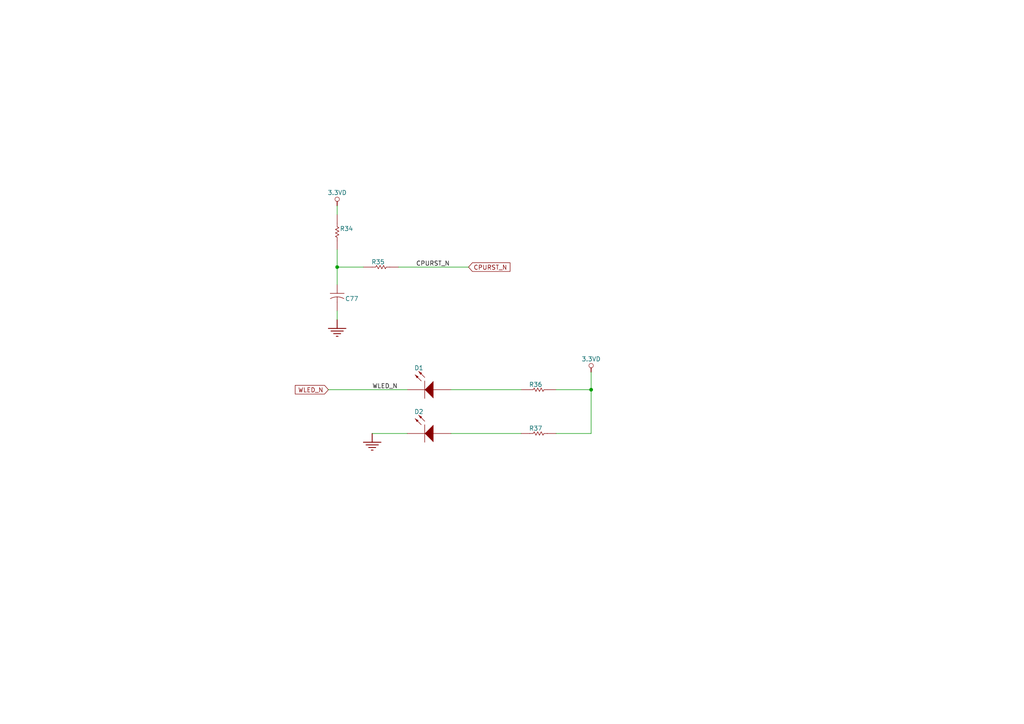
<source format=kicad_sch>
(kicad_sch
	(version 20250114)
	(generator "eeschema")
	(generator_version "9.0")
	(uuid "9dd7e54e-4076-4f4e-84e5-e2479c82e297")
	(paper "A4")
	(lib_symbols
		(symbol "MT7688AN_Reset-altium-import:3.3VD_CIRCLE"
			(power)
			(exclude_from_sim no)
			(in_bom yes)
			(on_board yes)
			(property "Reference" "#PWR"
				(at 0 0 0)
				(effects
					(font
						(size 1.27 1.27)
					)
					(hide yes)
				)
			)
			(property "Value" "3.3VD"
				(at 0 -3.81 0)
				(effects
					(font
						(size 1.27 1.27)
					)
				)
			)
			(property "Footprint" ""
				(at 0 0 0)
				(effects
					(font
						(size 1.27 1.27)
					)
					(hide yes)
				)
			)
			(property "Datasheet" ""
				(at 0 0 0)
				(effects
					(font
						(size 1.27 1.27)
					)
					(hide yes)
				)
			)
			(property "Description" "Power symbol creates a global label with name '3.3VD'"
				(at 0 0 0)
				(effects
					(font
						(size 1.27 1.27)
					)
					(hide yes)
				)
			)
			(property "ki_keywords" "power-flag"
				(at 0 0 0)
				(effects
					(font
						(size 1.27 1.27)
					)
					(hide yes)
				)
			)
			(symbol "3.3VD_CIRCLE_0_0"
				(polyline
					(pts
						(xy 0 0) (xy 0 -1.27)
					)
					(stroke
						(width 0.254)
						(type solid)
					)
					(fill
						(type none)
					)
				)
				(circle
					(center 0 -1.905)
					(radius 0.635)
					(stroke
						(width 0.127)
						(type solid)
					)
					(fill
						(type none)
					)
				)
				(pin power_in line
					(at 0 0 0)
					(length 0)
					(hide yes)
					(name "3.3VD"
						(effects
							(font
								(size 1.27 1.27)
							)
						)
					)
					(number ""
						(effects
							(font
								(size 1.27 1.27)
							)
						)
					)
				)
			)
			(embedded_fonts no)
		)
		(symbol "MT7688AN_Reset-altium-import:GND_POWER_GROUND"
			(power)
			(exclude_from_sim no)
			(in_bom yes)
			(on_board yes)
			(property "Reference" "#PWR"
				(at 0 0 0)
				(effects
					(font
						(size 1.27 1.27)
					)
					(hide yes)
				)
			)
			(property "Value" "GND"
				(at 0 -6.35 0)
				(effects
					(font
						(size 1.27 1.27)
					)
				)
			)
			(property "Footprint" ""
				(at 0 0 0)
				(effects
					(font
						(size 1.27 1.27)
					)
					(hide yes)
				)
			)
			(property "Datasheet" ""
				(at 0 0 0)
				(effects
					(font
						(size 1.27 1.27)
					)
					(hide yes)
				)
			)
			(property "Description" "Power symbol creates a global label with name 'GND'"
				(at 0 0 0)
				(effects
					(font
						(size 1.27 1.27)
					)
					(hide yes)
				)
			)
			(property "ki_keywords" "power-flag"
				(at 0 0 0)
				(effects
					(font
						(size 1.27 1.27)
					)
					(hide yes)
				)
			)
			(symbol "GND_POWER_GROUND_0_0"
				(polyline
					(pts
						(xy -2.54 -2.54) (xy 2.54 -2.54)
					)
					(stroke
						(width 0.254)
						(type solid)
					)
					(fill
						(type none)
					)
				)
				(polyline
					(pts
						(xy -1.778 -3.302) (xy 1.778 -3.302)
					)
					(stroke
						(width 0.254)
						(type solid)
					)
					(fill
						(type none)
					)
				)
				(polyline
					(pts
						(xy -1.016 -4.064) (xy 1.016 -4.064)
					)
					(stroke
						(width 0.254)
						(type solid)
					)
					(fill
						(type none)
					)
				)
				(polyline
					(pts
						(xy -0.254 -4.826) (xy 0.254 -4.826)
					)
					(stroke
						(width 0.254)
						(type solid)
					)
					(fill
						(type none)
					)
				)
				(polyline
					(pts
						(xy 0 0) (xy 0 -2.54)
					)
					(stroke
						(width 0.254)
						(type solid)
					)
					(fill
						(type none)
					)
				)
				(pin power_in line
					(at 0 0 0)
					(length 0)
					(hide yes)
					(name "GND"
						(effects
							(font
								(size 1.27 1.27)
							)
						)
					)
					(number ""
						(effects
							(font
								(size 1.27 1.27)
							)
						)
					)
				)
			)
			(embedded_fonts no)
		)
		(symbol "MT7688AN_Reset-altium-import:root_0_mirrored_LED0_Miscellaneous Devices.SchLib"
			(pin_numbers
				(hide yes)
			)
			(pin_names
				(hide yes)
			)
			(exclude_from_sim no)
			(in_bom yes)
			(on_board yes)
			(property "Reference" ""
				(at 0 0 0)
				(effects
					(font
						(size 1.27 1.27)
					)
				)
			)
			(property "Value" ""
				(at 0 0 0)
				(effects
					(font
						(size 1.27 1.27)
					)
				)
			)
			(property "Footprint" ""
				(at 0 0 0)
				(effects
					(font
						(size 1.27 1.27)
					)
					(hide yes)
				)
			)
			(property "Datasheet" ""
				(at 0 0 0)
				(effects
					(font
						(size 1.27 1.27)
					)
					(hide yes)
				)
			)
			(property "Description" "Typical INFRARED GaAs LED"
				(at 0 0 0)
				(effects
					(font
						(size 1.27 1.27)
					)
					(hide yes)
				)
			)
			(property "ki_fp_filters" "*0603_LED_S1*"
				(at 0 0 0)
				(effects
					(font
						(size 1.27 1.27)
					)
					(hide yes)
				)
			)
			(symbol "root_0_mirrored_LED0_Miscellaneous Devices.SchLib_1_0"
				(polyline
					(pts
						(xy -5.334 1.778) (xy -4.318 1.27) (xy -4.826 0.762) (xy -5.334 1.778)
					)
					(stroke
						(width -0.0001)
						(type solid)
					)
					(fill
						(type outline)
					)
				)
				(polyline
					(pts
						(xy -4.318 2.794) (xy -3.302 2.286) (xy -3.81 1.778) (xy -4.318 2.794)
					)
					(stroke
						(width -0.0001)
						(type solid)
					)
					(fill
						(type outline)
					)
				)
				(polyline
					(pts
						(xy -3.556 0) (xy -5.334 1.778)
					)
					(stroke
						(width 0)
						(type solid)
					)
					(fill
						(type none)
					)
				)
				(polyline
					(pts
						(xy -2.54 1.016) (xy -4.318 2.794)
					)
					(stroke
						(width 0)
						(type solid)
					)
					(fill
						(type none)
					)
				)
				(polyline
					(pts
						(xy -2.54 0) (xy -2.54 -5.08)
					)
					(stroke
						(width 0)
						(type solid)
					)
					(fill
						(type none)
					)
				)
				(polyline
					(pts
						(xy 0 -5.08) (xy -2.54 -2.54) (xy 0 0) (xy 0 -5.08)
					)
					(stroke
						(width -0.0001)
						(type solid)
					)
					(fill
						(type outline)
					)
				)
				(pin passive line
					(at -7.62 -2.54 0)
					(length 5.08)
					(name "K"
						(effects
							(font
								(size 1.27 1.27)
							)
						)
					)
					(number "2"
						(effects
							(font
								(size 1.27 1.27)
							)
						)
					)
				)
				(pin passive line
					(at 5.08 -2.54 180)
					(length 5.08)
					(name "A"
						(effects
							(font
								(size 1.27 1.27)
							)
						)
					)
					(number "1"
						(effects
							(font
								(size 1.27 1.27)
							)
						)
					)
				)
			)
			(embedded_fonts no)
		)
		(symbol "MT7688AN_Reset-altium-import:root_1_Res1_Miscellaneous Devices.SchLib"
			(pin_numbers
				(hide yes)
			)
			(pin_names
				(hide yes)
			)
			(exclude_from_sim no)
			(in_bom yes)
			(on_board yes)
			(property "Reference" ""
				(at 0 0 0)
				(effects
					(font
						(size 1.27 1.27)
					)
				)
			)
			(property "Value" ""
				(at 0 0 0)
				(effects
					(font
						(size 1.27 1.27)
					)
				)
			)
			(property "Footprint" ""
				(at 0 0 0)
				(effects
					(font
						(size 1.27 1.27)
					)
					(hide yes)
				)
			)
			(property "Datasheet" ""
				(at 0 0 0)
				(effects
					(font
						(size 1.27 1.27)
					)
					(hide yes)
				)
			)
			(property "Description" "Resistor"
				(at 0 0 0)
				(effects
					(font
						(size 1.27 1.27)
					)
					(hide yes)
				)
			)
			(property "ki_fp_filters" "*0402_R*"
				(at 0 0 0)
				(effects
					(font
						(size 1.27 1.27)
					)
					(hide yes)
				)
			)
			(symbol "root_1_Res1_Miscellaneous Devices.SchLib_1_0"
				(polyline
					(pts
						(xy 2.54 5.08) (xy 2.54 4.064) (xy 3.048 3.81) (xy 2.032 3.302) (xy 3.048 2.794) (xy 2.032 2.286)
						(xy 3.048 1.778) (xy 2.032 1.27) (xy 2.54 1.016) (xy 2.54 0)
					)
					(stroke
						(width 0)
						(type solid)
					)
					(fill
						(type none)
					)
				)
				(pin passive line
					(at 2.54 7.62 270)
					(length 2.54)
					(name "2"
						(effects
							(font
								(size 1.27 1.27)
							)
						)
					)
					(number "2"
						(effects
							(font
								(size 1.27 1.27)
							)
						)
					)
				)
				(pin passive line
					(at 2.54 -2.54 90)
					(length 2.54)
					(name "1"
						(effects
							(font
								(size 1.27 1.27)
							)
						)
					)
					(number "1"
						(effects
							(font
								(size 1.27 1.27)
							)
						)
					)
				)
			)
			(embedded_fonts no)
		)
		(symbol "MT7688AN_Reset-altium-import:root_2_Res1_Miscellaneous Devices.SchLib"
			(pin_numbers
				(hide yes)
			)
			(pin_names
				(hide yes)
			)
			(exclude_from_sim no)
			(in_bom yes)
			(on_board yes)
			(property "Reference" ""
				(at 0 0 0)
				(effects
					(font
						(size 1.27 1.27)
					)
				)
			)
			(property "Value" ""
				(at 0 0 0)
				(effects
					(font
						(size 1.27 1.27)
					)
				)
			)
			(property "Footprint" ""
				(at 0 0 0)
				(effects
					(font
						(size 1.27 1.27)
					)
					(hide yes)
				)
			)
			(property "Datasheet" ""
				(at 0 0 0)
				(effects
					(font
						(size 1.27 1.27)
					)
					(hide yes)
				)
			)
			(property "Description" "Resistor"
				(at 0 0 0)
				(effects
					(font
						(size 1.27 1.27)
					)
					(hide yes)
				)
			)
			(property "ki_fp_filters" "*0402_R*"
				(at 0 0 0)
				(effects
					(font
						(size 1.27 1.27)
					)
					(hide yes)
				)
			)
			(symbol "root_2_Res1_Miscellaneous Devices.SchLib_1_0"
				(polyline
					(pts
						(xy -5.08 2.54) (xy -4.064 2.54) (xy -3.81 3.048) (xy -3.302 2.032) (xy -2.794 3.048) (xy -2.286 2.032)
						(xy -1.778 3.048) (xy -1.27 2.032) (xy -1.016 2.54) (xy 0 2.54)
					)
					(stroke
						(width 0)
						(type solid)
					)
					(fill
						(type none)
					)
				)
				(pin passive line
					(at -7.62 2.54 0)
					(length 2.54)
					(name "2"
						(effects
							(font
								(size 1.27 1.27)
							)
						)
					)
					(number "2"
						(effects
							(font
								(size 1.27 1.27)
							)
						)
					)
				)
				(pin passive line
					(at 2.54 2.54 180)
					(length 2.54)
					(name "1"
						(effects
							(font
								(size 1.27 1.27)
							)
						)
					)
					(number "1"
						(effects
							(font
								(size 1.27 1.27)
							)
						)
					)
				)
			)
			(embedded_fonts no)
		)
		(symbol "MT7688AN_Reset-altium-import:root_3_Cap2_Miscellaneous Devices.SchLib"
			(pin_numbers
				(hide yes)
			)
			(pin_names
				(hide yes)
			)
			(exclude_from_sim no)
			(in_bom yes)
			(on_board yes)
			(property "Reference" ""
				(at 0 0 0)
				(effects
					(font
						(size 1.27 1.27)
					)
				)
			)
			(property "Value" ""
				(at 0 0 0)
				(effects
					(font
						(size 1.27 1.27)
					)
				)
			)
			(property "Footprint" ""
				(at 0 0 0)
				(effects
					(font
						(size 1.27 1.27)
					)
					(hide yes)
				)
			)
			(property "Datasheet" ""
				(at 0 0 0)
				(effects
					(font
						(size 1.27 1.27)
					)
					(hide yes)
				)
			)
			(property "Description" "Capacitor"
				(at 0 0 0)
				(effects
					(font
						(size 1.27 1.27)
					)
					(hide yes)
				)
			)
			(property "ki_fp_filters" "*0603_C*"
				(at 0 0 0)
				(effects
					(font
						(size 1.27 1.27)
					)
					(hide yes)
				)
			)
			(symbol "root_3_Cap2_Miscellaneous Devices.SchLib_1_0"
				(polyline
					(pts
						(xy -4.572 0) (xy -0.508 0)
					)
					(stroke
						(width 0)
						(type solid)
					)
					(fill
						(type none)
					)
				)
				(arc
					(start -4.5103 -1.5255)
					(mid -3.5576 -1.1454)
					(end -2.54 -1.016)
					(stroke
						(width 0)
						(type solid)
					)
					(fill
						(type none)
					)
				)
				(polyline
					(pts
						(xy -2.54 -1.016) (xy -2.54 -2.54)
					)
					(stroke
						(width 0)
						(type solid)
					)
					(fill
						(type none)
					)
				)
				(arc
					(start -2.54 -1.016)
					(mid -1.5225 -1.1454)
					(end -0.5697 -1.5255)
					(stroke
						(width 0)
						(type solid)
					)
					(fill
						(type none)
					)
				)
				(pin passive line
					(at -2.54 2.54 270)
					(length 2.54)
					(name "1"
						(effects
							(font
								(size 1.27 1.27)
							)
						)
					)
					(number "1"
						(effects
							(font
								(size 1.27 1.27)
							)
						)
					)
				)
				(pin passive line
					(at -2.54 -5.08 90)
					(length 2.54)
					(name "2"
						(effects
							(font
								(size 1.27 1.27)
							)
						)
					)
					(number "2"
						(effects
							(font
								(size 1.27 1.27)
							)
						)
					)
				)
			)
			(embedded_fonts no)
		)
	)
	(junction
		(at 97.79 77.47)
		(diameter 0)
		(color 0 0 0 0)
		(uuid "9d646300-749b-483a-873b-fbd128061e17")
	)
	(junction
		(at 171.45 113.03)
		(diameter 0)
		(color 0 0 0 0)
		(uuid "ee3f5543-d759-4084-88eb-93d1bf164c2b")
	)
	(wire
		(pts
			(xy 130.81 125.73) (xy 151.13 125.73)
		)
		(stroke
			(width 0)
			(type default)
		)
		(uuid "097e8bf3-0763-403f-87cb-483ef7e5a07e")
	)
	(wire
		(pts
			(xy 97.79 77.47) (xy 97.79 82.55)
		)
		(stroke
			(width 0)
			(type default)
		)
		(uuid "2d803a9c-e52c-4a56-8fad-f3bce006d2d7")
	)
	(wire
		(pts
			(xy 97.79 59.69) (xy 97.79 62.23)
		)
		(stroke
			(width 0)
			(type default)
		)
		(uuid "3f92dcd4-a2ec-4da3-8cfe-4d66a9661bcf")
	)
	(wire
		(pts
			(xy 115.57 77.47) (xy 135.89 77.47)
		)
		(stroke
			(width 0)
			(type default)
		)
		(uuid "64211943-1ac9-49cb-8635-fd5e033890cf")
	)
	(wire
		(pts
			(xy 105.41 77.47) (xy 97.79 77.47)
		)
		(stroke
			(width 0)
			(type default)
		)
		(uuid "6fc11397-8b0e-490e-8cf2-8bfd79c69e7a")
	)
	(wire
		(pts
			(xy 171.45 113.03) (xy 171.45 125.73)
		)
		(stroke
			(width 0)
			(type default)
		)
		(uuid "84b11960-3fed-411f-b0bf-b692353a8332")
	)
	(wire
		(pts
			(xy 171.45 125.73) (xy 161.29 125.73)
		)
		(stroke
			(width 0)
			(type default)
		)
		(uuid "8e700735-da99-4fd3-8303-91785b44d3aa")
	)
	(wire
		(pts
			(xy 161.29 113.03) (xy 171.45 113.03)
		)
		(stroke
			(width 0)
			(type default)
		)
		(uuid "91ff5999-4f1e-4ed1-a5c2-a8291bbd7533")
	)
	(wire
		(pts
			(xy 107.95 125.73) (xy 118.11 125.73)
		)
		(stroke
			(width 0)
			(type default)
		)
		(uuid "99b4f37b-1d96-492f-9c81-afabd9c78d1d")
	)
	(wire
		(pts
			(xy 95.25 113.03) (xy 118.11 113.03)
		)
		(stroke
			(width 0)
			(type default)
		)
		(uuid "b6c15e1b-6e30-4720-8ce1-9788346c302e")
	)
	(wire
		(pts
			(xy 97.79 77.47) (xy 97.79 72.39)
		)
		(stroke
			(width 0)
			(type default)
		)
		(uuid "bb4e071b-9074-4524-9b04-9dffe822d0b3")
	)
	(wire
		(pts
			(xy 171.45 107.95) (xy 171.45 113.03)
		)
		(stroke
			(width 0)
			(type default)
		)
		(uuid "eaeee5ec-2345-4405-ac37-a915bfafa492")
	)
	(wire
		(pts
			(xy 130.81 113.03) (xy 151.13 113.03)
		)
		(stroke
			(width 0)
			(type default)
		)
		(uuid "f28aec70-603d-4a9c-aec3-8fc7b0336b6e")
	)
	(wire
		(pts
			(xy 97.79 90.17) (xy 97.79 92.71)
		)
		(stroke
			(width 0)
			(type default)
		)
		(uuid "fcfb683b-96c9-4384-a9d6-69a6ea0457fa")
	)
	(label "CPURST_N"
		(at 120.65 77.47 0)
		(effects
			(font
				(size 1.27 1.27)
			)
			(justify left bottom)
		)
		(uuid "2c5281fb-d449-456b-a121-c09fb228a3ee")
	)
	(label "WLED_N"
		(at 107.95 113.03 0)
		(effects
			(font
				(size 1.27 1.27)
			)
			(justify left bottom)
		)
		(uuid "df48819b-2cb7-41fd-8cd9-95c789879fc6")
	)
	(global_label "CPURST_N"
		(shape input)
		(at 135.89 77.47 0)
		(fields_autoplaced yes)
		(effects
			(font
				(size 1.27 1.27)
			)
			(justify left)
		)
		(uuid "8a2b89d0-5dab-407e-b1e5-fa5b15ddb513")
		(property "Intersheetrefs" "${INTERSHEET_REFS}"
			(at 148.4909 77.47 0)
			(effects
				(font
					(size 1.27 1.27)
				)
				(justify left)
				(hide yes)
			)
		)
	)
	(global_label "WLED_N"
		(shape input)
		(at 95.25 113.03 180)
		(fields_autoplaced yes)
		(effects
			(font
				(size 1.27 1.27)
			)
			(justify right)
		)
		(uuid "bbc41154-3c30-4e80-88c0-ec2e83a49c67")
		(property "Intersheetrefs" "${INTERSHEET_REFS}"
			(at 85.0682 113.03 0)
			(effects
				(font
					(size 1.27 1.27)
				)
				(justify right)
				(hide yes)
			)
		)
	)
	(symbol
		(lib_id "MT7688AN_Reset-altium-import:root_2_Res1_Miscellaneous Devices.SchLib")
		(at 158.75 128.27 0)
		(unit 1)
		(exclude_from_sim no)
		(in_bom yes)
		(on_board yes)
		(dnp no)
		(uuid "05673a11-14da-4184-bc8a-11bbdb793e62")
		(property "Reference" "R37"
			(at 153.416 124.968 0)
			(effects
				(font
					(size 1.27 1.27)
				)
				(justify left bottom)
			)
		)
		(property "Value" "330"
			(at 150.622 124.968 0)
			(effects
				(font
					(size 1.27 1.27)
				)
				(justify left bottom)
				(hide yes)
			)
		)
		(property "Footprint" "0402_R"
			(at 158.75 128.27 0)
			(effects
				(font
					(size 1.27 1.27)
				)
				(hide yes)
			)
		)
		(property "Datasheet" ""
			(at 158.75 128.27 0)
			(effects
				(font
					(size 1.27 1.27)
				)
				(hide yes)
			)
		)
		(property "Description" "Resistor"
			(at 158.75 128.27 0)
			(effects
				(font
					(size 1.27 1.27)
				)
				(hide yes)
			)
		)
		(property "PUBLISHED" "8-Jun-2000"
			(at 150.622 124.968 0)
			(effects
				(font
					(size 1.27 1.27)
				)
				(justify left bottom)
				(hide yes)
			)
		)
		(property "LATESTREVISIONDATE" "17-Jul-2002"
			(at 150.622 124.968 0)
			(effects
				(font
					(size 1.27 1.27)
				)
				(justify left bottom)
				(hide yes)
			)
		)
		(property "LATESTREVISIONNOTE" "Re-released for DXP Platform."
			(at 150.622 124.968 0)
			(effects
				(font
					(size 1.27 1.27)
				)
				(justify left bottom)
				(hide yes)
			)
		)
		(property "PACKAGEREFERENCE" "AXIAL-0.3"
			(at 150.622 124.968 0)
			(effects
				(font
					(size 1.27 1.27)
				)
				(justify left bottom)
				(hide yes)
			)
		)
		(property "PUBLISHER" "Altium Limited"
			(at 150.622 124.968 0)
			(effects
				(font
					(size 1.27 1.27)
				)
				(justify left bottom)
				(hide yes)
			)
		)
		(property "PACKAGEDESCRIPTION" "Axial Device, Thru-Hole; 2 Leads; 0.3 in Pin Spacing"
			(at 150.622 124.968 0)
			(effects
				(font
					(size 1.27 1.27)
				)
				(justify left bottom)
				(hide yes)
			)
		)
		(property "ALTIUM_VALUE" "330¦¸"
			(at 153.416 129.032 0)
			(effects
				(font
					(size 1.27 1.27)
				)
				(justify left bottom)
				(hide yes)
			)
		)
		(pin "2"
			(uuid "a4b7fc17-3b08-4cc8-b1b7-1ac0ae790933")
		)
		(pin "1"
			(uuid "0a9a275b-0fe7-41b9-b5c7-efc3e23829ec")
		)
		(instances
			(project "mt7628v1"
				(path "/144686d4-2b77-460c-9924-cc86faff7e9d/ee243a0d-1427-4ec7-9f27-222881e3da4a"
					(reference "R37")
					(unit 1)
				)
			)
		)
	)
	(symbol
		(lib_id "MT7688AN_Reset-altium-import:root_2_Res1_Miscellaneous Devices.SchLib")
		(at 158.75 115.57 0)
		(unit 1)
		(exclude_from_sim no)
		(in_bom yes)
		(on_board yes)
		(dnp no)
		(uuid "2b5c1f5f-f4ab-4629-a7f5-a2e2e87f6ba3")
		(property "Reference" "R36"
			(at 153.416 112.268 0)
			(effects
				(font
					(size 1.27 1.27)
				)
				(justify left bottom)
			)
		)
		(property "Value" "330"
			(at 150.622 112.268 0)
			(effects
				(font
					(size 1.27 1.27)
				)
				(justify left bottom)
				(hide yes)
			)
		)
		(property "Footprint" "0402_R"
			(at 158.75 115.57 0)
			(effects
				(font
					(size 1.27 1.27)
				)
				(hide yes)
			)
		)
		(property "Datasheet" ""
			(at 158.75 115.57 0)
			(effects
				(font
					(size 1.27 1.27)
				)
				(hide yes)
			)
		)
		(property "Description" "Resistor"
			(at 158.75 115.57 0)
			(effects
				(font
					(size 1.27 1.27)
				)
				(hide yes)
			)
		)
		(property "PUBLISHED" "8-Jun-2000"
			(at 150.622 112.268 0)
			(effects
				(font
					(size 1.27 1.27)
				)
				(justify left bottom)
				(hide yes)
			)
		)
		(property "LATESTREVISIONDATE" "17-Jul-2002"
			(at 150.622 112.268 0)
			(effects
				(font
					(size 1.27 1.27)
				)
				(justify left bottom)
				(hide yes)
			)
		)
		(property "LATESTREVISIONNOTE" "Re-released for DXP Platform."
			(at 150.622 112.268 0)
			(effects
				(font
					(size 1.27 1.27)
				)
				(justify left bottom)
				(hide yes)
			)
		)
		(property "PACKAGEREFERENCE" "AXIAL-0.3"
			(at 150.622 112.268 0)
			(effects
				(font
					(size 1.27 1.27)
				)
				(justify left bottom)
				(hide yes)
			)
		)
		(property "PUBLISHER" "Altium Limited"
			(at 150.622 112.268 0)
			(effects
				(font
					(size 1.27 1.27)
				)
				(justify left bottom)
				(hide yes)
			)
		)
		(property "PACKAGEDESCRIPTION" "Axial Device, Thru-Hole; 2 Leads; 0.3 in Pin Spacing"
			(at 150.622 112.268 0)
			(effects
				(font
					(size 1.27 1.27)
				)
				(justify left bottom)
				(hide yes)
			)
		)
		(property "ALTIUM_VALUE" "330¦¸"
			(at 153.416 116.332 0)
			(effects
				(font
					(size 1.27 1.27)
				)
				(justify left bottom)
				(hide yes)
			)
		)
		(pin "2"
			(uuid "eaeecd8d-b230-4990-bddc-2fc40b0e84c8")
		)
		(pin "1"
			(uuid "c7135b0c-19c6-4fc6-bf1c-6c84bc7f351f")
		)
		(instances
			(project "mt7628v1"
				(path "/144686d4-2b77-460c-9924-cc86faff7e9d/ee243a0d-1427-4ec7-9f27-222881e3da4a"
					(reference "R36")
					(unit 1)
				)
			)
		)
	)
	(symbol
		(lib_id "MT7688AN_Reset-altium-import:3.3VD_CIRCLE")
		(at 171.45 107.95 180)
		(unit 1)
		(exclude_from_sim no)
		(in_bom yes)
		(on_board yes)
		(dnp no)
		(uuid "3c554524-923a-48b5-a40a-297d0c84eb29")
		(property "Reference" "#PWR080"
			(at 171.45 107.95 0)
			(effects
				(font
					(size 1.27 1.27)
				)
				(hide yes)
			)
		)
		(property "Value" "3.3VD"
			(at 171.45 104.14 0)
			(effects
				(font
					(size 1.27 1.27)
				)
			)
		)
		(property "Footprint" ""
			(at 171.45 107.95 0)
			(effects
				(font
					(size 1.27 1.27)
				)
			)
		)
		(property "Datasheet" ""
			(at 171.45 107.95 0)
			(effects
				(font
					(size 1.27 1.27)
				)
			)
		)
		(property "Description" ""
			(at 171.45 107.95 0)
			(effects
				(font
					(size 1.27 1.27)
				)
			)
		)
		(pin ""
			(uuid "5b79fe0d-cf17-44b4-8ecf-161ce9911809")
		)
		(instances
			(project "mt7628v1"
				(path "/144686d4-2b77-460c-9924-cc86faff7e9d/ee243a0d-1427-4ec7-9f27-222881e3da4a"
					(reference "#PWR080")
					(unit 1)
				)
			)
		)
	)
	(symbol
		(lib_id "MT7688AN_Reset-altium-import:root_1_Res1_Miscellaneous Devices.SchLib")
		(at 95.25 69.85 0)
		(unit 1)
		(exclude_from_sim no)
		(in_bom yes)
		(on_board yes)
		(dnp no)
		(uuid "49ee0c56-a9c0-4cbe-9507-c0efb69b131e")
		(property "Reference" "R34"
			(at 98.552 67.056 0)
			(effects
				(font
					(size 1.27 1.27)
				)
				(justify left bottom)
			)
		)
		(property "Value" "20K/1%"
			(at 97.028 61.722 0)
			(effects
				(font
					(size 1.27 1.27)
				)
				(justify left bottom)
				(hide yes)
			)
		)
		(property "Footprint" "0402_R"
			(at 95.25 69.85 0)
			(effects
				(font
					(size 1.27 1.27)
				)
				(hide yes)
			)
		)
		(property "Datasheet" ""
			(at 95.25 69.85 0)
			(effects
				(font
					(size 1.27 1.27)
				)
				(hide yes)
			)
		)
		(property "Description" "Resistor"
			(at 95.25 69.85 0)
			(effects
				(font
					(size 1.27 1.27)
				)
				(hide yes)
			)
		)
		(property "PUBLISHED" "8-Jun-2000"
			(at 97.028 61.722 0)
			(effects
				(font
					(size 1.27 1.27)
				)
				(justify left bottom)
				(hide yes)
			)
		)
		(property "LATESTREVISIONDATE" "17-Jul-2002"
			(at 97.028 61.722 0)
			(effects
				(font
					(size 1.27 1.27)
				)
				(justify left bottom)
				(hide yes)
			)
		)
		(property "LATESTREVISIONNOTE" "Re-released for DXP Platform."
			(at 97.028 61.722 0)
			(effects
				(font
					(size 1.27 1.27)
				)
				(justify left bottom)
				(hide yes)
			)
		)
		(property "PACKAGEREFERENCE" "AXIAL-0.3"
			(at 97.028 61.722 0)
			(effects
				(font
					(size 1.27 1.27)
				)
				(justify left bottom)
				(hide yes)
			)
		)
		(property "PUBLISHER" "Altium Limited"
			(at 97.028 61.722 0)
			(effects
				(font
					(size 1.27 1.27)
				)
				(justify left bottom)
				(hide yes)
			)
		)
		(property "PACKAGEDESCRIPTION" "Axial Device, Thru-Hole; 2 Leads; 0.3 in Pin Spacing"
			(at 97.028 61.722 0)
			(effects
				(font
					(size 1.27 1.27)
				)
				(justify left bottom)
				(hide yes)
			)
		)
		(property "ALTIUM_VALUE" "20K¦¸ 1%"
			(at 98.552 69.596 0)
			(effects
				(font
					(size 1.27 1.27)
				)
				(justify left bottom)
				(hide yes)
			)
		)
		(pin "1"
			(uuid "bc6f34e0-2c26-40b8-8897-11ed6ee7f825")
		)
		(pin "2"
			(uuid "15ec9085-8373-4def-be05-40f69cd8fa15")
		)
		(instances
			(project "mt7628v1"
				(path "/144686d4-2b77-460c-9924-cc86faff7e9d/ee243a0d-1427-4ec7-9f27-222881e3da4a"
					(reference "R34")
					(unit 1)
				)
			)
		)
	)
	(symbol
		(lib_id "MT7688AN_Reset-altium-import:root_2_Res1_Miscellaneous Devices.SchLib")
		(at 113.03 80.01 0)
		(unit 1)
		(exclude_from_sim no)
		(in_bom yes)
		(on_board yes)
		(dnp no)
		(uuid "4bcf433f-333b-463a-965a-c82735b5661b")
		(property "Reference" "R35"
			(at 107.696 76.708 0)
			(effects
				(font
					(size 1.27 1.27)
				)
				(justify left bottom)
			)
		)
		(property "Value" "22"
			(at 104.902 76.708 0)
			(effects
				(font
					(size 1.27 1.27)
				)
				(justify left bottom)
				(hide yes)
			)
		)
		(property "Footprint" "0402_R"
			(at 113.03 80.01 0)
			(effects
				(font
					(size 1.27 1.27)
				)
				(hide yes)
			)
		)
		(property "Datasheet" ""
			(at 113.03 80.01 0)
			(effects
				(font
					(size 1.27 1.27)
				)
				(hide yes)
			)
		)
		(property "Description" "Resistor"
			(at 113.03 80.01 0)
			(effects
				(font
					(size 1.27 1.27)
				)
				(hide yes)
			)
		)
		(property "PUBLISHED" "8-Jun-2000"
			(at 104.902 76.708 0)
			(effects
				(font
					(size 1.27 1.27)
				)
				(justify left bottom)
				(hide yes)
			)
		)
		(property "LATESTREVISIONDATE" "17-Jul-2002"
			(at 104.902 76.708 0)
			(effects
				(font
					(size 1.27 1.27)
				)
				(justify left bottom)
				(hide yes)
			)
		)
		(property "LATESTREVISIONNOTE" "Re-released for DXP Platform."
			(at 104.902 76.708 0)
			(effects
				(font
					(size 1.27 1.27)
				)
				(justify left bottom)
				(hide yes)
			)
		)
		(property "PACKAGEREFERENCE" "AXIAL-0.3"
			(at 104.902 76.708 0)
			(effects
				(font
					(size 1.27 1.27)
				)
				(justify left bottom)
				(hide yes)
			)
		)
		(property "PUBLISHER" "Altium Limited"
			(at 104.902 76.708 0)
			(effects
				(font
					(size 1.27 1.27)
				)
				(justify left bottom)
				(hide yes)
			)
		)
		(property "PACKAGEDESCRIPTION" "Axial Device, Thru-Hole; 2 Leads; 0.3 in Pin Spacing"
			(at 104.902 76.708 0)
			(effects
				(font
					(size 1.27 1.27)
				)
				(justify left bottom)
				(hide yes)
			)
		)
		(property "ALTIUM_VALUE" "22¦¸"
			(at 107.696 80.772 0)
			(effects
				(font
					(size 1.27 1.27)
				)
				(justify left bottom)
				(hide yes)
			)
		)
		(pin "2"
			(uuid "300fbe03-ab68-4873-9fb8-f7762b1ac471")
		)
		(pin "1"
			(uuid "b5bfbeee-6144-4d59-b3cc-585d99f814fe")
		)
		(instances
			(project "mt7628v1"
				(path "/144686d4-2b77-460c-9924-cc86faff7e9d/ee243a0d-1427-4ec7-9f27-222881e3da4a"
					(reference "R35")
					(unit 1)
				)
			)
		)
	)
	(symbol
		(lib_id "MT7688AN_Reset-altium-import:root_0_mirrored_LED0_Miscellaneous Devices.SchLib")
		(at 125.73 110.49 0)
		(unit 1)
		(exclude_from_sim no)
		(in_bom yes)
		(on_board yes)
		(dnp no)
		(uuid "593d9ab9-7ba5-4869-a1ae-340dc687e72f")
		(property "Reference" "D1"
			(at 120.142 107.442 0)
			(effects
				(font
					(size 1.27 1.27)
				)
				(justify left bottom)
			)
		)
		(property "Value" "LED0"
			(at 120.142 118.364 0)
			(effects
				(font
					(size 1.27 1.27)
				)
				(justify left bottom)
				(hide yes)
			)
		)
		(property "Footprint" "0603_LED_S1"
			(at 125.73 110.49 0)
			(effects
				(font
					(size 1.27 1.27)
				)
				(hide yes)
			)
		)
		(property "Datasheet" ""
			(at 125.73 110.49 0)
			(effects
				(font
					(size 1.27 1.27)
				)
				(hide yes)
			)
		)
		(property "Description" "Typical INFRARED GaAs LED"
			(at 125.73 110.49 0)
			(effects
				(font
					(size 1.27 1.27)
				)
				(hide yes)
			)
		)
		(property "PUBLISHED" "8-Jun-2000"
			(at 125.73 110.49 0)
			(effects
				(font
					(size 1.27 1.27)
				)
				(justify left bottom)
				(hide yes)
			)
		)
		(property "LATESTREVISIONDATE" "08-Jul-2005"
			(at 125.73 110.49 0)
			(effects
				(font
					(size 1.27 1.27)
				)
				(justify left bottom)
				(hide yes)
			)
		)
		(property "LATESTREVISIONNOTE" "Mech Layer 1 removed."
			(at 125.73 110.49 0)
			(effects
				(font
					(size 1.27 1.27)
				)
				(justify left bottom)
				(hide yes)
			)
		)
		(property "PACKAGEREFERENCE" "LED-0"
			(at 125.73 110.49 0)
			(effects
				(font
					(size 1.27 1.27)
				)
				(justify left bottom)
				(hide yes)
			)
		)
		(property "PUBLISHER" "Altium Limited"
			(at 125.73 110.49 0)
			(effects
				(font
					(size 1.27 1.27)
				)
				(justify left bottom)
				(hide yes)
			)
		)
		(property "PACKAGEDESCRIPTION" "LED; 2 Leads"
			(at 125.73 110.49 0)
			(effects
				(font
					(size 1.27 1.27)
				)
				(justify left bottom)
				(hide yes)
			)
		)
		(pin "1"
			(uuid "da386359-a07b-4a4f-96ba-03075e9c7a9f")
		)
		(pin "2"
			(uuid "bde5f5a3-c1a7-48a9-9836-683596360b58")
		)
		(instances
			(project "mt7628v1"
				(path "/144686d4-2b77-460c-9924-cc86faff7e9d/ee243a0d-1427-4ec7-9f27-222881e3da4a"
					(reference "D1")
					(unit 1)
				)
			)
		)
	)
	(symbol
		(lib_id "MT7688AN_Reset-altium-import:root_3_Cap2_Miscellaneous Devices.SchLib")
		(at 100.33 85.09 0)
		(unit 1)
		(exclude_from_sim no)
		(in_bom yes)
		(on_board yes)
		(dnp no)
		(uuid "92f45337-b133-441a-a922-fdf028e3712d")
		(property "Reference" "C77"
			(at 100.076 87.376 0)
			(effects
				(font
					(size 1.27 1.27)
				)
				(justify left bottom)
			)
		)
		(property "Value" "4.7uf/6.3v"
			(at 100.076 89.916 0)
			(effects
				(font
					(size 1.27 1.27)
				)
				(justify left bottom)
				(hide yes)
			)
		)
		(property "Footprint" "Capacitor_SMD:C_0603_1608Metric"
			(at 100.33 85.09 0)
			(effects
				(font
					(size 1.27 1.27)
				)
				(hide yes)
			)
		)
		(property "Datasheet" ""
			(at 100.33 85.09 0)
			(effects
				(font
					(size 1.27 1.27)
				)
				(hide yes)
			)
		)
		(property "Description" "Capacitor"
			(at 100.33 85.09 0)
			(effects
				(font
					(size 1.27 1.27)
				)
				(hide yes)
			)
		)
		(property "PUBLISHED" "23-Sep-2002"
			(at 95.504 82.042 0)
			(effects
				(font
					(size 1.27 1.27)
				)
				(justify left bottom)
				(hide yes)
			)
		)
		(property "PACKAGEREFERENCE" "CAPR5-4X5"
			(at 95.504 82.042 0)
			(effects
				(font
					(size 1.27 1.27)
				)
				(justify left bottom)
				(hide yes)
			)
		)
		(property "PUBLISHER" "Altium Limited"
			(at 95.504 82.042 0)
			(effects
				(font
					(size 1.27 1.27)
				)
				(justify left bottom)
				(hide yes)
			)
		)
		(property "PACKAGEDESCRIPTION" "Capacitor; 2 Leads"
			(at 95.504 82.042 0)
			(effects
				(font
					(size 1.27 1.27)
				)
				(justify left bottom)
				(hide yes)
			)
		)
		(property "ALTIUM_VALUE" "4.7¦ÌF/6.3V"
			(at 100.33 90.17 0)
			(effects
				(font
					(size 1.27 1.27)
				)
				(justify left bottom)
				(hide yes)
			)
		)
		(property "LCSC" "C8032"
			(at 100.33 85.09 0)
			(effects
				(font
					(size 1.27 1.27)
				)
				(hide yes)
			)
		)
		(pin "1"
			(uuid "d3ff057b-40d3-4021-85d8-3e42df0a0475")
		)
		(pin "2"
			(uuid "d1d2edd8-c0c9-4b8a-849c-f9efa44397e2")
		)
		(instances
			(project "mt7628v1"
				(path "/144686d4-2b77-460c-9924-cc86faff7e9d/ee243a0d-1427-4ec7-9f27-222881e3da4a"
					(reference "C77")
					(unit 1)
				)
			)
		)
	)
	(symbol
		(lib_id "MT7688AN_Reset-altium-import:GND_POWER_GROUND")
		(at 107.95 125.73 0)
		(unit 1)
		(exclude_from_sim no)
		(in_bom yes)
		(on_board yes)
		(dnp no)
		(uuid "932eabc7-9529-4fc4-9fee-733d4f8a0da3")
		(property "Reference" "#PWR079"
			(at 107.95 125.73 0)
			(effects
				(font
					(size 1.27 1.27)
				)
				(hide yes)
			)
		)
		(property "Value" "GND"
			(at 107.95 132.08 0)
			(effects
				(font
					(size 1.27 1.27)
				)
				(hide yes)
			)
		)
		(property "Footprint" ""
			(at 107.95 125.73 0)
			(effects
				(font
					(size 1.27 1.27)
				)
			)
		)
		(property "Datasheet" ""
			(at 107.95 125.73 0)
			(effects
				(font
					(size 1.27 1.27)
				)
			)
		)
		(property "Description" ""
			(at 107.95 125.73 0)
			(effects
				(font
					(size 1.27 1.27)
				)
			)
		)
		(pin ""
			(uuid "ab3d6fac-5fc3-4b92-966f-4ff241b59c72")
		)
		(instances
			(project "mt7628v1"
				(path "/144686d4-2b77-460c-9924-cc86faff7e9d/ee243a0d-1427-4ec7-9f27-222881e3da4a"
					(reference "#PWR079")
					(unit 1)
				)
			)
		)
	)
	(symbol
		(lib_id "MT7688AN_Reset-altium-import:GND_POWER_GROUND")
		(at 97.79 92.71 0)
		(unit 1)
		(exclude_from_sim no)
		(in_bom yes)
		(on_board yes)
		(dnp no)
		(uuid "a126ff8b-4d45-49d9-841a-e39e732e00eb")
		(property "Reference" "#PWR078"
			(at 97.79 92.71 0)
			(effects
				(font
					(size 1.27 1.27)
				)
				(hide yes)
			)
		)
		(property "Value" "GND"
			(at 97.79 99.06 0)
			(effects
				(font
					(size 1.27 1.27)
				)
				(hide yes)
			)
		)
		(property "Footprint" ""
			(at 97.79 92.71 0)
			(effects
				(font
					(size 1.27 1.27)
				)
			)
		)
		(property "Datasheet" ""
			(at 97.79 92.71 0)
			(effects
				(font
					(size 1.27 1.27)
				)
			)
		)
		(property "Description" ""
			(at 97.79 92.71 0)
			(effects
				(font
					(size 1.27 1.27)
				)
			)
		)
		(pin ""
			(uuid "2afb33be-6ee9-4ea4-abed-e75f187b35d3")
		)
		(instances
			(project "mt7628v1"
				(path "/144686d4-2b77-460c-9924-cc86faff7e9d/ee243a0d-1427-4ec7-9f27-222881e3da4a"
					(reference "#PWR078")
					(unit 1)
				)
			)
		)
	)
	(symbol
		(lib_id "MT7688AN_Reset-altium-import:root_0_mirrored_LED0_Miscellaneous Devices.SchLib")
		(at 125.73 123.19 0)
		(unit 1)
		(exclude_from_sim no)
		(in_bom yes)
		(on_board yes)
		(dnp no)
		(uuid "ad36f24f-7d24-4e33-a9cd-479778549f21")
		(property "Reference" "D2"
			(at 120.142 120.142 0)
			(effects
				(font
					(size 1.27 1.27)
				)
				(justify left bottom)
			)
		)
		(property "Value" "LED0"
			(at 120.142 131.064 0)
			(effects
				(font
					(size 1.27 1.27)
				)
				(justify left bottom)
				(hide yes)
			)
		)
		(property "Footprint" "0603_LED_S1"
			(at 125.73 123.19 0)
			(effects
				(font
					(size 1.27 1.27)
				)
				(hide yes)
			)
		)
		(property "Datasheet" ""
			(at 125.73 123.19 0)
			(effects
				(font
					(size 1.27 1.27)
				)
				(hide yes)
			)
		)
		(property "Description" "Typical INFRARED GaAs LED"
			(at 125.73 123.19 0)
			(effects
				(font
					(size 1.27 1.27)
				)
				(hide yes)
			)
		)
		(property "PUBLISHED" "8-Jun-2000"
			(at 125.73 123.19 0)
			(effects
				(font
					(size 1.27 1.27)
				)
				(justify left bottom)
				(hide yes)
			)
		)
		(property "LATESTREVISIONDATE" "08-Jul-2005"
			(at 125.73 123.19 0)
			(effects
				(font
					(size 1.27 1.27)
				)
				(justify left bottom)
				(hide yes)
			)
		)
		(property "LATESTREVISIONNOTE" "Mech Layer 1 removed."
			(at 125.73 123.19 0)
			(effects
				(font
					(size 1.27 1.27)
				)
				(justify left bottom)
				(hide yes)
			)
		)
		(property "PACKAGEREFERENCE" "LED-0"
			(at 125.73 123.19 0)
			(effects
				(font
					(size 1.27 1.27)
				)
				(justify left bottom)
				(hide yes)
			)
		)
		(property "PUBLISHER" "Altium Limited"
			(at 125.73 123.19 0)
			(effects
				(font
					(size 1.27 1.27)
				)
				(justify left bottom)
				(hide yes)
			)
		)
		(property "PACKAGEDESCRIPTION" "LED; 2 Leads"
			(at 125.73 123.19 0)
			(effects
				(font
					(size 1.27 1.27)
				)
				(justify left bottom)
				(hide yes)
			)
		)
		(pin "2"
			(uuid "fdd3429d-0c69-4fee-9f4c-26ae8b1b7843")
		)
		(pin "1"
			(uuid "4e5a7321-5ad7-4281-b9a3-b53e63773dac")
		)
		(instances
			(project "mt7628v1"
				(path "/144686d4-2b77-460c-9924-cc86faff7e9d/ee243a0d-1427-4ec7-9f27-222881e3da4a"
					(reference "D2")
					(unit 1)
				)
			)
		)
	)
	(symbol
		(lib_id "MT7688AN_Reset-altium-import:3.3VD_CIRCLE")
		(at 97.79 59.69 180)
		(unit 1)
		(exclude_from_sim no)
		(in_bom yes)
		(on_board yes)
		(dnp no)
		(uuid "f2e811ac-edf4-4263-8d4a-a0bca91fee79")
		(property "Reference" "#PWR077"
			(at 97.79 59.69 0)
			(effects
				(font
					(size 1.27 1.27)
				)
				(hide yes)
			)
		)
		(property "Value" "3.3VD"
			(at 97.79 55.88 0)
			(effects
				(font
					(size 1.27 1.27)
				)
			)
		)
		(property "Footprint" ""
			(at 97.79 59.69 0)
			(effects
				(font
					(size 1.27 1.27)
				)
			)
		)
		(property "Datasheet" ""
			(at 97.79 59.69 0)
			(effects
				(font
					(size 1.27 1.27)
				)
			)
		)
		(property "Description" ""
			(at 97.79 59.69 0)
			(effects
				(font
					(size 1.27 1.27)
				)
			)
		)
		(pin ""
			(uuid "231e1626-d9ab-4af1-b6c3-92fc3b96baff")
		)
		(instances
			(project "mt7628v1"
				(path "/144686d4-2b77-460c-9924-cc86faff7e9d/ee243a0d-1427-4ec7-9f27-222881e3da4a"
					(reference "#PWR077")
					(unit 1)
				)
			)
		)
	)
)

</source>
